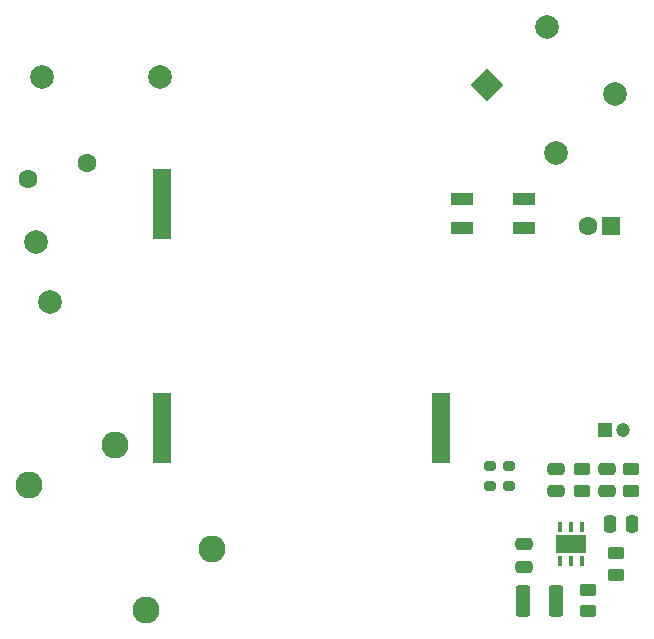
<source format=gbr>
%TF.GenerationSoftware,KiCad,Pcbnew,7.0.7*%
%TF.CreationDate,2023-11-04T15:45:33+01:00*%
%TF.ProjectId,LK-EU01_Smart_Socket_Base,4c4b2d45-5530-4315-9f53-6d6172745f53,rev?*%
%TF.SameCoordinates,Original*%
%TF.FileFunction,Soldermask,Bot*%
%TF.FilePolarity,Negative*%
%FSLAX46Y46*%
G04 Gerber Fmt 4.6, Leading zero omitted, Abs format (unit mm)*
G04 Created by KiCad (PCBNEW 7.0.7) date 2023-11-04 15:45:33*
%MOMM*%
%LPD*%
G01*
G04 APERTURE LIST*
G04 Aperture macros list*
%AMRoundRect*
0 Rectangle with rounded corners*
0 $1 Rounding radius*
0 $2 $3 $4 $5 $6 $7 $8 $9 X,Y pos of 4 corners*
0 Add a 4 corners polygon primitive as box body*
4,1,4,$2,$3,$4,$5,$6,$7,$8,$9,$2,$3,0*
0 Add four circle primitives for the rounded corners*
1,1,$1+$1,$2,$3*
1,1,$1+$1,$4,$5*
1,1,$1+$1,$6,$7*
1,1,$1+$1,$8,$9*
0 Add four rect primitives between the rounded corners*
20,1,$1+$1,$2,$3,$4,$5,0*
20,1,$1+$1,$4,$5,$6,$7,0*
20,1,$1+$1,$6,$7,$8,$9,0*
20,1,$1+$1,$8,$9,$2,$3,0*%
%AMRotRect*
0 Rectangle, with rotation*
0 The origin of the aperture is its center*
0 $1 length*
0 $2 width*
0 $3 Rotation angle, in degrees counterclockwise*
0 Add horizontal line*
21,1,$1,$2,0,0,$3*%
G04 Aperture macros list end*
%ADD10R,1.500000X6.000000*%
%ADD11RoundRect,0.250000X0.475000X-0.250000X0.475000X0.250000X-0.475000X0.250000X-0.475000X-0.250000X0*%
%ADD12C,1.600000*%
%ADD13R,2.500000X1.600000*%
%ADD14R,0.420000X0.840000*%
%ADD15R,1.875000X1.050000*%
%ADD16C,2.000000*%
%ADD17RotRect,2.000000X2.000000X315.000000*%
%ADD18C,2.286000*%
%ADD19RoundRect,0.250000X-0.250000X-0.475000X0.250000X-0.475000X0.250000X0.475000X-0.250000X0.475000X0*%
%ADD20RoundRect,0.250000X0.450000X-0.262500X0.450000X0.262500X-0.450000X0.262500X-0.450000X-0.262500X0*%
%ADD21C,2.010000*%
%ADD22C,1.200000*%
%ADD23R,1.200000X1.200000*%
%ADD24RoundRect,0.250000X-0.450000X0.262500X-0.450000X-0.262500X0.450000X-0.262500X0.450000X0.262500X0*%
%ADD25RoundRect,0.200000X-0.275000X0.200000X-0.275000X-0.200000X0.275000X-0.200000X0.275000X0.200000X0*%
%ADD26R,1.600000X1.600000*%
%ADD27RoundRect,0.250000X-0.375000X-1.075000X0.375000X-1.075000X0.375000X1.075000X-0.375000X1.075000X0*%
G04 APERTURE END LIST*
D10*
%TO.C,U1*%
X118050000Y-91790000D03*
X118050000Y-110700000D03*
X141630000Y-110690000D03*
%TD*%
D11*
%TO.C,HLC3*%
X155670000Y-114180000D03*
X155670000Y-116080000D03*
%TD*%
D12*
%TO.C,HLV1*%
X111680000Y-88300000D03*
X106680000Y-89600000D03*
%TD*%
D13*
%TO.C,AUR1*%
X152630000Y-120570000D03*
D14*
X153580000Y-119135000D03*
X152630000Y-119135000D03*
X151680000Y-119135000D03*
X151680000Y-122005000D03*
X152630000Y-122005000D03*
X153580000Y-122005000D03*
%TD*%
D15*
%TO.C,D2*%
X143378250Y-93830000D03*
X148703250Y-93830000D03*
X143378250Y-91330000D03*
X148703250Y-91330000D03*
%TD*%
D16*
%TO.C,HLL2*%
X156388393Y-82480164D03*
X151350257Y-87408698D03*
X150602138Y-76764620D03*
D17*
X145553396Y-81710832D03*
%TD*%
D16*
%TO.C,HLC2*%
X117860000Y-81030000D03*
X107860000Y-81030000D03*
%TD*%
D18*
%TO.C,U2*%
X106759581Y-115505892D03*
X114009719Y-112122328D03*
X122240946Y-120963901D03*
X116675344Y-126153908D03*
%TD*%
D19*
%TO.C,AC2*%
X157840000Y-118840000D03*
X155940000Y-118840000D03*
%TD*%
D11*
%TO.C,AC1*%
X148660000Y-120570000D03*
X148660000Y-122470000D03*
%TD*%
D20*
%TO.C,AR1*%
X156410000Y-121307500D03*
X156410000Y-123132500D03*
%TD*%
D21*
%TO.C,PF1*%
X108570000Y-100070000D03*
X107370000Y-94970000D03*
%TD*%
D22*
%TO.C,C1*%
X157030000Y-110900000D03*
D23*
X155530000Y-110900000D03*
%TD*%
D24*
%TO.C,AR3*%
X153540000Y-116022500D03*
X153540000Y-114197500D03*
%TD*%
D25*
%TO.C,ER1*%
X145750000Y-115625000D03*
X145750000Y-113975000D03*
%TD*%
%TO.C,ER2*%
X147360000Y-115615000D03*
X147360000Y-113965000D03*
%TD*%
D11*
%TO.C,HLC1*%
X151410000Y-114170000D03*
X151410000Y-116070000D03*
%TD*%
D20*
%TO.C,AR2*%
X154090000Y-124422500D03*
X154090000Y-126247500D03*
%TD*%
D24*
%TO.C,HLR1*%
X157700000Y-116022500D03*
X157700000Y-114197500D03*
%TD*%
D12*
%TO.C,C2*%
X154070000Y-93650000D03*
D26*
X156070000Y-93650000D03*
%TD*%
D27*
%TO.C,AL1*%
X151350000Y-125335000D03*
X148550000Y-125335000D03*
%TD*%
M02*

</source>
